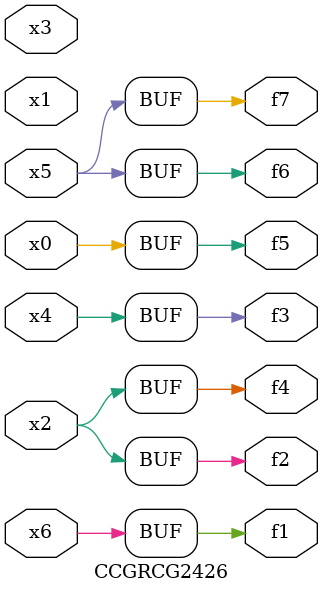
<source format=v>
module CCGRCG2426(
	input x0, x1, x2, x3, x4, x5, x6,
	output f1, f2, f3, f4, f5, f6, f7
);
	assign f1 = x6;
	assign f2 = x2;
	assign f3 = x4;
	assign f4 = x2;
	assign f5 = x0;
	assign f6 = x5;
	assign f7 = x5;
endmodule

</source>
